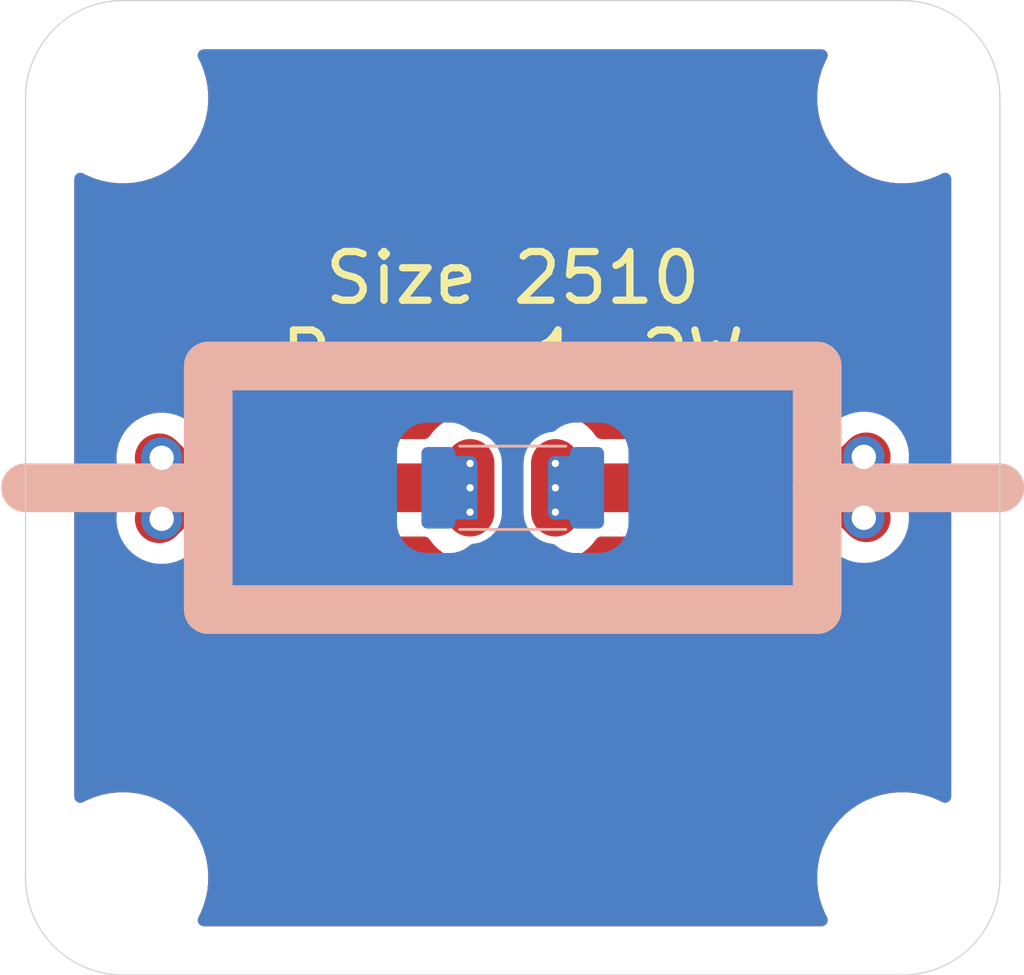
<source format=kicad_pcb>
(kicad_pcb (version 20241229) (generator "pcbnew") (generator_version "9.0")
  (title_block (date "2025-03-07"))
  (layers (0 "F.Cu" signal) (2 "B.Cu" signal) (13 "F.Paste" user) (15 "B.Paste" user) (5 "F.SilkS" user "F.Silkscreen") (7 "B.SilkS" user "B.Silkscreen") (1 "F.Mask" user) (3 "B.Mask" user) (25 "Edge.Cuts" user))
  (net 0 "")
  (net 1 "Net-(J2-Pin_1)")
  (net 2 "Net-(J1-Pin_1)")
  (footprint "EASYEDA2KICAD:MountingHole_3.0mm_M3_tight" (layer "F.Cu") (at 36 36 -90)
    (property "Reference" "H3" (hide yes))
    (property "Value" "MH M3")
    (pad "" np_thru_hole circle (at 0 0 270) (size 3 3) (drill 3) (layers "*.Cu" "*.Mask"))
  )
  (footprint "EASYEDA2KICAD:MountingHole_3.0mm_M3_tight" (layer "F.Cu") (at 36 4 -90)
    (property "Reference" "H1" (hide yes))
    (property "Value" "MH M3")
    (pad "" np_thru_hole circle (at 0 0 270) (size 3 3) (drill 3) (layers "*.Cu" "*.Mask"))
  )
  (footprint "EASYEDA2KICAD:MountingHole_3.0mm_M3_tight" (layer "F.Cu") (at 4 36 -90)
    (property "Reference" "H4" (hide yes))
    (property "Value" "MH M3")
    (pad "" np_thru_hole circle (at 0 0 270) (size 3 3) (drill 3) (layers "*.Cu" "*.Mask"))
  )
  (footprint "EASYEDA2KICAD:Magentic_Connector_1x02_P2.5mm_Horizontal" (layer "F.Cu") (at 5.4875 20 180)
    (property "Reference" "J1" (hide yes))
    (property "Value" "Conn_01x02_Pin")
    (pad "1" thru_hole circle (at -0.1 -1.27 180) (size 1.7 1.7) (drill 1) (layers "*.Cu" "*.Mask") (net 2 "Net-(J1-Pin_1)"))
    (pad "2" thru_hole oval (at -0.1 1.23 180) (size 1.7 1.7) (drill 1) (layers "*.Cu" "*.Mask") (net 2 "Net-(J1-Pin_1)"))
  )
  (footprint "EASYEDA2KICAD:MountingHole_3.0mm_M3_tight" (layer "F.Cu") (at 4 4 -90)
    (property "Reference" "H2" (hide yes))
    (property "Value" "MH M3")
    (pad "" np_thru_hole circle (at 0 0 270) (size 3 3) (drill 3) (layers "*.Cu" "*.Mask"))
  )
  (footprint "EASYEDA2KICAD:Magentic_Connector_1x02_P2.5mm_Horizontal" (layer "F.Cu") (at 34.5125 20)
    (property "Reference" "J2" (hide yes))
    (property "Value" "Conn_01x02_Pin")
    (pad "1" thru_hole circle (at -0.1 -1.27) (size 1.7 1.7) (drill 1) (layers "*.Cu" "*.Mask") (net 1 "Net-(J2-Pin_1)"))
    (pad "2" thru_hole oval (at -0.1 1.23) (size 1.7 1.7) (drill 1) (layers "*.Cu" "*.Mask") (net 1 "Net-(J2-Pin_1)"))
  )
  (footprint "Resistor_SMD:R_2512_6332Metric_Pad1.40x3.35mm_HandSolder" (layer "B.Cu") (at 20 20 180)
    (property "Reference" "R1" (hide yes))
    (property "Value" "R")
    (fp_line (start -2.177064 1.71) (end 2.177064 1.71) (stroke (width 0.12)) (layer "B.SilkS"))
    (fp_line (start -2.177064 -1.71) (end 2.177064 -1.71) (stroke (width 0.12)) (layer "B.SilkS"))
    (pad "1" smd roundrect (at -3.05 0 180) (size 1.4 3.35) (layers "B.Cu" "B.Mask" "B.Paste") (roundrect_rratio 0.178571) (net 1 "Net-(J2-Pin_1)"))
    (pad "2" smd roundrect (at 3.05 0 180) (size 1.4 3.35) (layers "B.Cu" "B.Mask" "B.Paste") (roundrect_rratio 0.178571) (net 2 "Net-(J1-Pin_1)"))
  )
  (gr_poly (pts (xy 21.75 19) (xy 22.5 19) (xy 22.5 21) (xy 21.75 21)) (stroke (width 0.6)) (fill yes) (layer "B.Cu") (net 1))
  (gr_poly (pts (xy 18.25 21) (xy 18.25 19) (xy 17.5 19) (xy 17.5 21)) (stroke (width 0.6)) (fill yes) (layer "B.Cu") (net 2))
  (gr_line (start 7.5 20) (end 0 20) (stroke (width 2)) (layer "B.SilkS"))
  (gr_line (start 40 20) (end 32.5 20) (stroke (width 2)) (layer "B.SilkS"))
  (gr_rect (start 7.5 15) (end 32.5 25) (stroke (width 2)) (fill no) (layer "B.SilkS"))
  (gr_arc (start 40 36) (mid 38.828427 38.828427) (end 36 40) (stroke (width 0.05)) (layer "Edge.Cuts"))
  (gr_arc (start 4 40) (mid 1.171573 38.828427) (end 0 36) (stroke (width 0.05)) (layer "Edge.Cuts"))
  (gr_line (start 36 0) (end 4 0) (stroke (width 0.05)) (layer "Edge.Cuts"))
  (gr_line (start 40 36) (end 40 4) (stroke (width 0.05)) (layer "Edge.Cuts"))
  (gr_line (start 4 40) (end 36 40) (stroke (width 0.05)) (layer "Edge.Cuts"))
  (gr_arc (start 0 4) (mid 1.171573 1.171573) (end 4 0) (stroke (width 0.05)) (layer "Edge.Cuts"))
  (gr_arc (start 36 0) (mid 38.828427 1.171573) (end 40 4) (stroke (width 0.05)) (layer "Edge.Cuts"))
  (gr_line (start 0 4) (end 0 36) (stroke (width 0.05)) (layer "Edge.Cuts"))
  (gr_text "Size 2510\nPower 1-2W" (at 20 13 0) (layer "F.SilkS") (effects (font (size 2 2) (thickness 0.3))))
  (segment (start 22 20) (end 33.2425 20) (width 2) (layer "F.Cu") (net 1))
  (segment (start 33.2425 20) (end 34.5125 18.73) (width 2) (layer "F.Cu") (net 1))
  (segment (start 33.2825 20) (end 34.5125 21.23) (width 2) (layer "F.Cu") (net 1))
  (segment (start 21.75 19) (end 21.75 21) (width 2) (layer "F.Cu") (net 1))
  (segment (start 33.2425 20) (end 33.2825 20) (width 2) (layer "F.Cu") (net 1))
  (via (at 21.75 21) (size 0.6) (drill 0.3) (layers "F.Cu" "B.Cu") (net 1))
  (via (at 21.75 19) (size 0.6) (drill 0.3) (layers "F.Cu" "B.Cu") (net 1))
  (via (at 21.75 20) (size 0.6) (drill 0.3) (layers "F.Cu" "B.Cu") (net 1))
  (segment (start 18.25 19) (end 18.25 21) (width 2) (layer "F.Cu") (net 2))
  (segment (start 5.4875 21.27) (end 6.7575 20) (width 2) (layer "F.Cu") (net 2))
  (segment (start 6.7575 20) (end 18 20) (width 2) (layer "F.Cu") (net 2))
  (segment (start 6.7175 20) (end 5.4875 18.77) (width 2) (layer "F.Cu") (net 2))
  (via (at 18.25 19) (size 0.6) (drill 0.3) (layers "F.Cu" "B.Cu") (net 2))
  (via (at 18.25 20) (size 0.6) (drill 0.3) (layers "F.Cu" "B.Cu") (net 2))
  (via (at 18.25 21) (size 0.6) (drill 0.3) (layers "F.Cu" "B.Cu") (net 2))
  (zone (net 0) (net_name "") (layers "F.Cu" "B.Cu") (connect_pads (clearance 1)) (min_thickness 0.5) (fill yes (thermal_gap 0.5) (thermal_bridge_width 0.5) (island_removal_mode 1) (island_area_min 10))
    (polygon (pts (xy 38 2) (xy 2 2) (xy 2 38) (xy 38 38)))
  )
)
</source>
